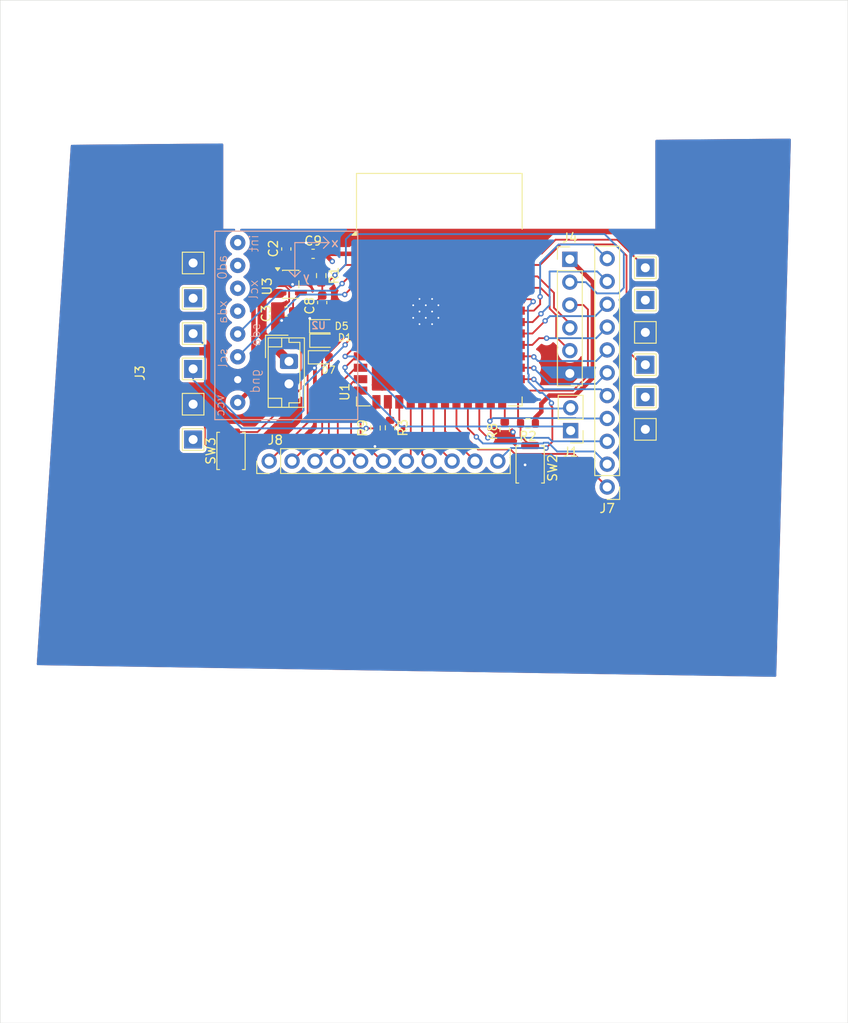
<source format=kicad_pcb>
(kicad_pcb (version 20241229) (generator "pcbnew") (generator_version "9.0")
  (layers (0 "F.Cu" signal) (4 "In1.Cu" signal) (6 "In2.Cu" signal) (2 "B.Cu" signal) (13 "F.Paste" user) (15 "B.Paste" user) (5 "F.SilkS" user "F.Silkscreen") (7 "B.SilkS" user "B.Silkscreen") (1 "F.Mask" user) (3 "B.Mask" user) (25 "Edge.Cuts" user))
  (net 0 "")
  (net 1 "+3V3")
  (net 2 "GND")
  (net 3 "/TX0")
  (net 4 "/RX0")
  (net 5 "/BAT+")
  (net 6 "Net-(U1-IO45)")
  (net 7 "/IO0")
  (net 8 "Net-(U1-IO3)")
  (net 9 "/SCL")
  (net 10 "/SDA")
  (net 11 "Net-(U1-IO46)")
  (net 12 "/EN")
  (net 17 "Net-(U3-BP)")
  (net 18 "/TX1")
  (net 19 "/RX1")
  (net 20 "/USB_D-")
  (net 21 "/USB_D+")
  (net 22 "/LED3")
  (net 23 "/LED2")
  (net 24 "/LED1")
  (net 25 "/M1")
  (net 26 "/M2")
  (net 27 "/M3")
  (net 28 "/M4")
  (net 29 "/IO39")
  (net 30 "/IO12")
  (net 31 "/IO10")
  (net 32 "/IO13")
  (net 33 "/IO38")
  (net 34 "/IO21")
  (net 35 "/IO49")
  (net 36 "/IO37")
  (net 37 "/IO48")
  (net 38 "/IO8")
  (net 39 "/IO11")
  (net 40 "/IO14")
  (net 41 "/IO47")
  (net 42 "/IO36")
  (net 43 "/IO42")
  (net 44 "/IO35")
  (net 45 "/IO41")
  (footprint "Resistor_SMD:R_0603_1608Metric" (layer "F.Cu") (at 213.91 93.91 90)
    (property "Reference" "R9")
    (property "Value" "10k")
  )
  (footprint "TestPoint:TestPoint_THTPad_2.0x2.0mm_Drill1.0mm" (layer "F.Cu") (at 193.65 83.412)
    (property "Reference" "TP18" (hide yes))
    (property "Value" "D0")
  )
  (footprint "TestPoint:TestPoint_THTPad_2.0x2.0mm_Drill1.0mm" (layer "F.Cu") (at 243.89 83.278)
    (property "Reference" "TP27" (hide yes))
    (property "Value" "D0")
  )
  (footprint "Capacitor_SMD:C_0603_1608Metric" (layer "F.Cu") (at 206.98 74.54)
    (property "Reference" "C9")
    (property "Value" "100nf")
  )
  (footprint "Package_TO_SOT_SMD:SOT-23-5" (layer "F.Cu") (at 204.49 77.93)
    (property "Reference" "U3")
    (property "Value" "SPX3819M5-L-3-3")
  )
  (footprint "TestPoint:TestPoint_THTPad_2.0x2.0mm_Drill1.0mm" (layer "F.Cu") (at 243.89 86.872)
    (property "Reference" "TP21" (hide yes))
    (property "Value" "D0")
  )
  (footprint "Resistor_SMD:R_0603_1608Metric" (layer "F.Cu") (at 207.88 76.96 -90)
    (property "Reference" "R1")
    (property "Value" "10k")
  )
  (footprint "LED_SMD:LED_0603_1608Metric" (layer "F.Cu") (at 207.94 86.05)
    (property "Reference" "D7")
    (property "Value" "LED")
  )
  (footprint "Resistor_SMD:R_0603_1608Metric" (layer "F.Cu") (at 215.53 93.88 -90)
    (property "Reference" "R3")
    (property "Value" "10k")
  )
  (footprint "Capacitor_SMD:C_0603_1608Metric" (layer "F.Cu") (at 204 74 -90)
    (property "Reference" "C2")
    (property "Value" "22uf")
  )
  (footprint "TestPoint:TestPoint_THTPad_2.0x2.0mm_Drill1.0mm" (layer "F.Cu") (at 243.89 90.466)
    (property "Reference" "TP25" (hide yes))
    (property "Value" "D0")
  )
  (footprint "TestPoint:TestPoint_THTPad_2.0x2.0mm_Drill1.0mm" (layer "F.Cu") (at 243.89 94.06)
    (property "Reference" "TP29" (hide yes))
    (property "Value" "D0")
  )
  (footprint "TestPoint:TestPoint_THTPad_2.0x2.0mm_Drill1.0mm" (layer "F.Cu") (at 193.65 79.486)
    (property "Reference" "TP22" (hide yes))
    (property "Value" "D0")
  )
  (footprint "Connector_JST:JST_EH_B2B-EH-A_1x02_P2.50mm_Vertical" (layer "F.Cu") (at 204.3 86.5 -90)
    (property "Reference" "J3")
    (property "Value" "Conn_01x02" (hide yes))
  )
  (footprint "RF_Module:ESP32-S3-WROOM-1" (layer "F.Cu") (at 221 78.5)
    (property "Reference" "U1")
    (property "Value" "ESP32-S3-WROOM-1")
  )
  (footprint "TestPoint:TestPoint_THTPad_2.0x2.0mm_Drill1.0mm" (layer "F.Cu") (at 243.89 79.684)
    (property "Reference" "TP23" (hide yes))
    (property "Value" "D0")
  )
  (footprint "Capacitor_SMD:C_0603_1608Metric" (layer "F.Cu") (at 207.99 79.96 90)
    (property "Reference" "C8")
    (property "Value" "1uf")
  )
  (footprint "TestPoint:TestPoint_THTPad_2.0x2.0mm_Drill1.0mm" (layer "F.Cu") (at 193.65 91.264)
    (property "Reference" "TP28" (hide yes))
    (property "Value" "D0")
  )
  (footprint "Resistor_SMD:R_0603_1608Metric" (layer "F.Cu") (at 228.27 94.07 -90)
    (property "Reference" "R8")
    (property "Value" "10k")
  )
  (footprint "LED_SMD:LED_0603_1608Metric" (layer "F.Cu") (at 208.09 84.2)
    (property "Reference" "D1")
    (property "Value" "LED")
  )
  (footprint "TestPoint:TestPoint_THTPad_2.0x2.0mm_Drill1.0mm" (layer "F.Cu") (at 193.65 95.19 180)
    (property "Reference" "TP24" (hide yes))
    (property "Value" "D0")
  )
  (footprint "Button_Switch_SMD:SW_Push_SPST_NO_Alps_SKRK" (layer "F.Cu") (at 231.09 97.96 90)
    (property "Reference" "SW2")
    (property "Value" "Tactile Switch 3x4x2" (hide yes))
  )
  (footprint "Connector_PinHeader_2.54mm:PinHeader_1x11_P2.54mm_Vertical" (layer "F.Cu") (at 202.1 97.59 90)
    (property "Reference" "J8")
    (property "Value" "Conn_01x11" (hide yes))
  )
  (footprint "TestPoint:TestPoint_THTPad_2.0x2.0mm_Drill1.0mm" (layer "F.Cu") (at 193.65 75.56)
    (property "Reference" "TP26" (hide yes))
    (property "Value" "D0")
  )
  (footprint "Connector_PinHeader_2.54mm:PinHeader_1x11_P2.54mm_Vertical" (layer "F.Cu") (at 239.65 100.47 180)
    (property "Reference" "J7")
    (property "Value" "Conn_01x11" (hide yes))
  )
  (footprint "Connector_PinHeader_2.54mm:PinHeader_1x02_P2.54mm_Vertical" (layer "F.Cu") (at 235.59 94.2 180)
    (property "Reference" "J1")
    (property "Value" "Conn_01x02" (hide yes))
  )
  (footprint "TestPoint:TestPoint_THTPad_2.0x2.0mm_Drill1.0mm" (layer "F.Cu") (at 243.89 76.09)
    (property "Reference" "TP20" (hide yes))
    (property "Value" "D0")
  )
  (footprint "Resistor_SMD:R_0603_1608Metric" (layer "F.Cu") (at 230.85 93.4 180)
    (property "Reference" "R2")
    (property "Value" "10k")
  )
  (footprint "Button_Switch_SMD:SW_Push_SPST_NO_Alps_SKRK" (layer "F.Cu") (at 197.86 96.46 90)
    (property "Reference" "SW3")
    (property "Value" "Tactile Switch 3x4x2")
  )
  (footprint "TestPoint:TestPoint_THTPad_2.0x2.0mm_Drill1.0mm" (layer "F.Cu") (at 193.65 87.338)
    (property "Reference" "TP19" (hide yes))
    (property "Value" "D0")
  )
  (footprint "LED_SMD:LED_0603_1608Metric" (layer "F.Cu") (at 208.07 82.59)
    (property "Reference" "D5")
    (property "Value" "LED")
  )
  (footprint "Connector_PinHeader_2.54mm:PinHeader_1x06_P2.54mm_Vertical" (layer "F.Cu") (at 235.5 75.15)
    (property "Reference" "J4")
    (property "Value" "Conn_01x06" (hide yes))
  )
  (footprint "Capacitor_SMD:C_0603_1608Metric" (layer "F.Cu") (at 203.98 80.95 180)
    (property "Reference" "C3")
    (property "Value" "470pf")
  )
  (footprint "Mini_Drone_prj:MPU_6050_Module" (layer "B.Cu") (at 207.4925 82.1825)
    (property "Reference" "U2")
    (property "Value" "MPU_6050_Module")
  )
  (gr_rect (start 172.22 46.34) (end 266.39 160.08) (stroke (width 0.05)) (fill no) (layer "Edge.Cuts"))
  (gr_text "xcl\n" (at 200.94 77.36 90) (layer "B.SilkS") (effects (font (size 1 1) (thickness 0.1)) (justify left bottom mirror)))
  (gr_text "ad0\n" (at 197.48 74.59 90) (layer "B.SilkS") (effects (font (size 1 1) (thickness 0.1)) (justify left bottom mirror)))
  (gr_text "int\n" (at 200.99 72.33 90) (layer "B.SilkS") (effects (font (size 1 1) (thickness 0.1)) (justify left bottom mirror)))
  (gr_text "sda\n\n" (at 202.78 82.18 90) (layer "B.SilkS") (effects (font (size 1 1) (thickness 0.1)) (justify left bottom mirror)))
  (gr_text "scl\n" (at 197.55 84.97 90) (layer "B.SilkS") (effects (font (size 1 1) (thickness 0.1)) (justify left bottom mirror)))
  (gr_text "xda" (at 197.5 79.66 90) (layer "B.SilkS") (effects (font (size 1 1) (thickness 0.1)) (justify left bottom mirror)))
  (gr_text "vcc" (at 197.2 90.12 90) (layer "B.SilkS") (effects (font (size 1 1) (thickness 0.1)) (justify left bottom mirror)))
  (gr_text "gnd" (at 201.13 87.28 90) (layer "B.SilkS") (effects (font (size 1 1) (thickness 0.1)) (justify left bottom mirror)))
  (segment (start 231.675 93.4) (end 231.675 92.745) (width 0.5) (layer "F.Cu") (net 1))
  (segment (start 208.27 74.54) (end 209.11 75.38) (width 0.5) (layer "F.Cu") (net 1))
  (segment (start 205.6275 76.4025) (end 204 74.775) (width 0.5) (layer "F.Cu") (net 1))
  (segment (start 207.755 74.54) (end 208.27 74.54) (width 0.5) (layer "F.Cu") (net 1))
  (segment (start 205.6275 76.98) (end 207.035 76.98) (width 0.5) (layer "F.Cu") (net 1))
  (segment (start 233.231925 90.301) (end 236.068232 90.301) (width 0.5) (layer "F.Cu") (net 1))
  (segment (start 212.22 74.54) (end 212.25 74.51) (width 0.5) (layer "F.Cu") (net 1))
  (segment (start 232.33 91.202925) (end 233.231925 90.301) (width 0.5) (layer "F.Cu") (net 1))
  (segment (start 232.33 92.09) (end 232.33 91.202925) (width 0.5) (layer "F.Cu") (net 1))
  (segment (start 207.88 76.135) (end 207.88 74.665) (width 0.5) (layer "F.Cu") (net 1))
  (segment (start 205.6275 76.98) (end 205.6275 76.4025) (width 0.5) (layer "F.Cu") (net 1))
  (segment (start 203.160082 74.775) (end 204 74.775) (width 0.5) (layer "F.Cu") (net 1))
  (segment (start 198.6025 91.0725) (end 200.359 89.316) (width 0.5) (layer "F.Cu") (net 1))
  (segment (start 200.359 89.316) (end 200.359 77.576082) (width 0.5) (layer "F.Cu") (net 1))
  (segment (start 238.061 77.711) (end 235.5 75.15) (width 0.5) (layer "F.Cu") (net 1))
  (segment (start 236.068232 90.301) (end 238.061 88.308232) (width 0.5) (layer "F.Cu") (net 1))
  (segment (start 207.755 74.54) (end 212.22 74.54) (width 0.5) (layer "F.Cu") (net 1))
  (segment (start 207.88 74.665) (end 207.755 74.54) (width 0.5) (layer "F.Cu") (net 1))
  (segment (start 207.035 76.98) (end 207.88 76.135) (width 0.5) (layer "F.Cu") (net 1))
  (segment (start 231.675 92.745) (end 232.33 92.09) (width 0.5) (layer "F.Cu") (net 1))
  (segment (start 200.359 77.576082) (end 203.160082 74.775) (width 0.5) (layer "F.Cu") (net 1))
  (segment (start 238.061 88.308232) (end 238.061 77.711) (width 0.5) (layer "F.Cu") (net 1))
  (via (at 209.11 75.38) (size 0.6) (drill 0.3) (layers "F.Cu" "B.Cu") (net 1))
  (segment (start 213.2 73.24) (end 219.5 79.54) (width 0.2) (layer "F.Cu") (net 2))
  (segment (start 207.1525 87.19897) (end 207.120735 87.230735) (width 0.2) (layer "F.Cu") (net 2))
  (segment (start 212.25 73.24) (end 213.2 73.24) (width 0.2) (layer "F.Cu") (net 2))
  (segment (start 206.205 74.54) (end 206.205 73.325) (width 0.2) (layer "F.Cu") (net 2))
  (segment (start 194.951 95.651) (end 197.86 98.56) (width 0.2) (layer "F.Cu") (net 2))
  (segment (start 206.205 74.54) (end 207.505 73.24) (width 0.2) (layer "F.Cu") (net 2))
  (segment (start 229.19 94.37) (end 229.19 94.61) (width 0.2) (layer "F.Cu") (net 2))
  (segment (start 230.53 98.01) (end 231.35 98.83) (width 0.2) (layer "F.Cu") (net 2))
  (segment (start 203.3525 77.93) (end 203.706968 77.93) (width 0.2) (layer "F.Cu") (net 2))
  (segment (start 228.98 94.82) (end 228.33 94.82) (width 0.2) (layer "F.Cu") (net 2))
  (segment (start 206.61 81.72) (end 207.005 81.72) (width 0.2) (layer "F.Cu") (net 2))
  (segment (start 204.316 78.539032) (end 204.316 79.839) (width 0.2) (layer "F.Cu") (net 2))
  (segment (start 204 73.225) (end 204.89 73.225) (width 0.2) (layer "F.Cu") (net 2))
  (segment (start 207.2825 82.59) (end 207.2825 82.3925) (width 0.2) (layer "F.Cu") (net 2))
  (segment (start 231.35 98.83) (end 231.35 99.8) (width 0.2) (layer "F.Cu") (net 2))
  (segment (start 204.89 73.225) (end 206.205 74.54) (width 0.2) (layer "F.Cu") (net 2))
  (segment (start 215.105 94.705) (end 213.85 95.96) (width 0.2) (layer "F.Cu") (net 2))
  (segment (start 203.3525 77.93) (end 204.69 77.93) (width 0.2) (layer "F.Cu") (net 2))
  (segment (start 213.91 95.9) (end 213.85 95.96) (width 0.2) (layer "F.Cu") (net 2))
  (segment (start 207.005 81.72) (end 207.99 80.735) (width 0.2) (layer "F.Cu") (net 2))
  (segment (start 194.951 92.565) (end 194.951 95.651) (width 0.2) (layer "F.Cu") (net 2))
  (segment (start 207.1525 84.35) (end 207.3025 84.2) (width 0.2) (layer "F.Cu") (net 2))
  (segment (start 207.1525 86.05) (end 207.1525 84.35) (width 0.2) (layer "F.Cu") (net 2))
  (segment (start 219.5 79.54) (end 219.5 80.96) (width 0.2) (layer "F.Cu") (net 2))
  (segment (start 203.205 81.675) (end 203.486765 81.956765) (width 0.2) (layer "F.Cu") (net 2))
  (segment (start 207.2825 82.3925) (end 206.61 81.72) (width 0.2) (layer "F.Cu") (net 2))
  (segment (start 231.35 99.8) (end 231.09 100.06) (width 0.2) (layer "F.Cu") (net 2))
  (segment (start 215.53 94.705) (end 215.105 94.705) (width 0.2) (layer "F.Cu") (net 2))
  (segment (start 219.5 80.96) (end 227.22 73.24) (width 0.2) (layer "F.Cu") (net 2))
  (segment (start 204.69 77.93) (end 204.7 77.94) (width 0.2) (layer "F.Cu") (net 2))
  (segment (start 228.33 94.82) (end 228.27 94.88) (width 0.2) (layer "F.Cu") (net 2))
  (segment (start 207.1525 86.05) (end 207.1525 87.19897) (width 0.2) (layer "F.Cu") (net 2))
  (segment (start 228.27 94.88) (end 228.27 94.895) (width 0.2) (layer "F.Cu") (net 2))
  (segment (start 207.505 73.24) (end 212.25 73.24) (width 0.2) (layer "F.Cu") (net 2))
  (segment (start 206.205 73.325) (end 206.21 73.32) (width 0.2) (layer "F.Cu") (net 2))
  (segment (start 204.316 79.839) (end 203.205 80.95) (width 0.2) (layer "F.Cu") (net 2))
  (segment (start 203.706968 77.93) (end 204.316 78.539032) (width 0.2) (layer "F.Cu") (net 2))
  (segment (start 203.205 80.95) (end 203.205 81.675) (width 0.2) (layer "F.Cu") (net 2))
  (segment (start 193.65 91.264) (end 194.951 92.565) (width 0.2) (layer "F.Cu") (net 2))
  (segment (start 213.91 94.735) (end 213.91 95.9) (width 0.2) (layer "F.Cu") (net 2))
  (segment (start 227.22 73.24) (end 229.75 73.24) (width 0.2) (layer "F.Cu") (net 2))
  (segment (start 229.19 94.61) (end 228.98 94.82) (width 0.2) (layer "F.Cu") (net 2))
  (via (at 230.53 98.01) (size 0.6) (drill 0.3) (layers "F.Cu" "B.Cu") (net 2))
  (via (at 206.61 81.72) (size 0.6) (drill 0.3) (layers "F.Cu" "B.Cu") (net 2))
  (via (at 213.85 95.96) (size 0.6) (drill 0.3) (layers "F.Cu" "B.Cu") (net 2))
  (via (at 204.7 77.94) (size 0.6) (drill 0.3) (layers "F.Cu" "B.Cu") (net 2))
  (via (at 203.486765 81.956765) (size 0.6) (drill 0.3) (layers "F.Cu" "B.Cu") (net 2))
  (via (at 207.120735 87.230735) (size 0.6) (drill 0.3) (layers "F.Cu" "B.Cu") (net 2))
  (via (at 229.19 94.37) (size 0.6) (drill 0.3) (layers "F.Cu" "B.Cu") (net 2))
  (via (at 206.21 73.32) (size 0.6) (drill 0.3) (layers "F.Cu" "B.Cu") (net 2))
  (segment (start 235.5 82.3029) (end 235.5 82.77) (width 0.2) (layer "F.Cu") (net 3))
  (segment (start 233.74 78.88) (end 233.74 80.5429) (width 0.2) (layer "F.Cu") (net 3))
  (segment (start 233.74 80.5429) (end 235.5 82.3029) (width 0.2) (layer "F.Cu") (net 3))
  (segment (start 231.91 77.05) (end 233.74 78.88) (width 0.2) (layer "F.Cu") (net 3))
  (segment (start 229.75 77.05) (end 231.91 77.05) (width 0.2) (layer "F.Cu") (net 3))
  (segment (start 229.75 78.32) (end 232.25 78.32) (width 0.2) (layer "F.Cu") (net 4))
  (segment (start 233.26 79.33) (end 233.26 80.63) (width 0.2) (layer "F.Cu") (net 4))
  (segment (start 233.26 80.63) (end 233.99 81.36) (width 0.2) (layer "F.Cu") (net 4))
  (segment (start 232.25 78.32) (end 233.26 79.33) (width 0.2) (layer "F.Cu") (net 4))
  (segment (start 233.99 83.8) (end 235.5 85.31) (width 0.2) (layer "F.Cu") (net 4))
  (segment (start 233.99 81.36) (end 233.99 83.8) (width 0.2) (layer "F.Cu") (net 4))
  (segment (start 204.3 86.5) (end 201.31 83.51) (width 1) (layer "F.Cu") (net 5))
  (segment (start 202.351 76.929) (end 203.3525 76.929) (width 1) (layer "F.Cu") (net 5))
  (segment (start 201.839 78.931) (end 203.3525 78.931) (width 1) (layer "F.Cu") (net 5))
  (segment (start 201.31 79.46) (end 201.31 77.97) (width 1) (layer "F.Cu") (net 5))
  (segment (start 201.31 83.51) (end 201.31 79.46) (width 1) (layer "F.Cu") (net 5))
  (segment (start 201.31 79.46) (end 201.839 78.931) (width 1) (layer "F.Cu") (net 5))
  (segment (start 201.31 77.97) (end 202.351 76.929) (width 1) (layer "F.Cu") (net 5))
  (segment (start 228.27 91.285) (end 227.985 91) (width 0.2) (layer "F.Cu") (net 6))
  (segment (start 228.27 93.245) (end 228.27 91.285) (width 0.2) (layer "F.Cu") (net 6))
  (segment (start 229.75 89.75) (end 235.84 89.75) (width 0.2) (layer "F.Cu") (net 7))
  (segment (start 230.025 93.4) (end 230.025 93.295) (width 0.2) (layer "F.Cu") (net 7))
  (segment (start 229.75 93.02) (end 229.75 89.75) (width 0.2) (layer "F.Cu") (net 7))
  (segment (start 230.025 93.295) (end 229.75 93.02) (width 0.2) (layer "F.Cu") (net 7))
  (segment (start 230.025 94.795) (end 230.025 93.4) (width 0.2) (layer "F.Cu") (net 7))
  (segment (start 231.09 95.86) (end 230.025 94.795) (width 0.2) (layer "F.Cu") (net 7))
  (segment (start 237.01 80.23) (end 235.5 80.23) (width 0.2) (layer "F.Cu") (net 7))
  (segment (start 235.84 89.75) (end 237.51 88.08) (width 0.2) (layer "F.Cu") (net 7))
  (segment (start 237.51 88.08) (end 237.51 80.73) (width 0.2) (layer "F.Cu") (net 7))
  (segment (start 237.51 80.73) (end 237.01 80.23) (width 0.2) (layer "F.Cu") (net 7))
  (segment (start 213.91 93.085) (end 213.91 91.105) (width 0.2) (layer "F.Cu") (net 8))
  (segment (start 213.91 91.105) (end 214.015 91) (width 0.2) (layer "F.Cu") (net 8))
  (segment (start 212.25 78.32) (end 211.25 78.32) (width 0.2) (layer "F.Cu") (net 9))
  (segment (start 211.25 78.32) (end 210.5 79.07) (width 0.2) (layer "F.Cu") (net 9))
  (via (at 210.5 79.07) (size 0.6) (drill 0.3) (layers "F.Cu" "B.Cu") (net 9))
  (segment (start 210.5 79.07) (end 205.525 79.07) (width 0.2) (layer "B.Cu") (net 9))
  (segment (start 205.525 79.07) (end 198.6025 85.9925) (width 0.2) (layer "B.Cu") (net 9))
  (segment (start 211 77.05) (end 210.2 77.85) (width 0.2) (layer "F.Cu") (net 10))
  (segment (start 212.25 77.05) (end 211 77.05) (width 0.2) (layer "F.Cu") (net 10))
  (via (at 210.2 77.85) (size 0.6) (drill 0.3) (layers "F.Cu" "B.Cu") (net 10))
  (segment (start 203.415 78.64) (end 198.6025 83.4525) (width 0.2) (layer "B.Cu") (net 10))
  (segment (start 210.2 77.85) (end 209.41 78.64) (width 0.2) (layer "B.Cu") (net 10))
  (segment (start 209.41 78.64) (end 203.415 78.64) (width 0.2) (layer "B.Cu") (net 10))
  (segment (start 215.53 93.055) (end 215.53 91.245) (width 0.2) (layer "F.Cu") (net 11))
  (segment (start 215.53 91.245) (end 215.285 91) (width 0.2) (layer "F.Cu") (net 11))
  (segment (start 200.8 94.36) (end 205.6 89.56) (width 0.2) (layer "F.Cu") (net 12))
  (segment (start 212.25 75.78) (end 210.545 75.78) (width 0.2) (layer "F.Cu") (net 12))
  (segment (start 208.54 77.785) (end 207.88 77.785) (width 0.2) (layer "F.Cu") (net 12))
  (segment (start 208 79.175) (end 207.99 79.185) (width 0.2) (layer "F.Cu") (net 12))
  (segment (start 197.86 94.36) (end 200.8 94.36) (width 0.2) (layer "F.Cu") (net 12))
  (segment (start 207.88 77.785) (end 208 77.905) (width 0.2) (layer "F.Cu") (net 12))
  (segment (start 205.6 81.575) (end 207.99 79.185) (width 0.2) (layer "F.Cu") (net 12))
  (segment (start 208 77.905) (end 208 79.175) (width 0.2) (layer "F.Cu") (net 12))
  (segment (start 210.545 75.78) (end 208.54 77.785) (width 0.2) (layer "F.Cu") (net 12))
  (segment (start 205.6 89.56) (end 205.6 81.575) (width 0.2) (layer "F.Cu") (net 12))
  (via (at 209.4075 76.9175) (size 0.6) (drill 0.3) (layers "F.Cu" "B.Cu") (net 12))
  (segment (start 241.5 78.32) (end 240.88 78.94) (width 0.2) (layer "B.Cu") (net 12))
  (segment (start 210.62 75.705) (end 210.62 72.91) (width 0.2) (layer "B.Cu") (net 12))
  (segment (start 210.62 72.91) (end 211.18 72.35) (width 0.2) (layer "B.Cu") (net 12))
  (segment (start 209.4075 76.9175) (end 210.62 75.705) (width 0.2) (layer "B.Cu") (net 12))
  (segment (start 240.88 78.94) (end 238.52 78.94) (width 0.2) (layer "B.Cu") (net 12))
  (segment (start 237.27 77.69) (end 235.5 77.69) (width 0.2) (layer "B.Cu") (net 12))
  (segment (start 211.18 72.35) (end 239.37 72.35) (width 0.2) (layer "B.Cu") (net 12))
  (segment (start 239.37 72.35) (end 241.5 74.48) (width 0.2) (layer "B.Cu") (net 12))
  (segment (start 241.5 74.48) (end 241.5 78.32) (width 0.2) (layer "B.Cu") (net 12))
  (segment (start 238.52 78.94) (end 237.27 77.69) (width 0.2) (layer "B.Cu") (net 12))
  (segment (start 205.08875 79.41875) (end 205.6275 78.88) (width 0.2) (layer "F.Cu") (net 17))
  (segment (start 204.755 80.95) (end 204.755 79.7525) (width 0.2) (layer "F.Cu") (net 17))
  (segment (start 204.755 79.7525) (end 205.08875 79.41875) (width 0.2) (layer "F.Cu") (net 17))
  (segment (start 211.43 85.06) (end 211.86 85.06) (width 0.2) (layer "F.Cu") (net 18))
  (segment (start 211.86 85.06) (end 212.25 84.67) (width 0.2) (layer "F.Cu") (net 18))
  (segment (start 210.54 85.95) (end 211.43 85.06) (width 0.2) (layer "F.Cu") (net 18))
  (via (at 210.54 85.95) (size 0.6) (drill 0.3) (layers "F.Cu" "B.Cu") (net 18))
  (segment (start 235.51 91.74) (end 235.59 91.66) (width 0.2) (layer "B.Cu") (net 18))
  (segment (start 217.32 91.74) (end 235.51 91.74) (width 0.2) (layer "B.Cu") (net 18))
  (segment (start 210.54 85.95) (end 211.53 85.95) (width 0.2) (layer "B.Cu") (net 18))
  (segment (start 211.53 85.95) (end 217.32 91.74) (width 0.2) (layer "B.Cu") (net 18))
  (segment (start 211.71 86) (end 211.71 85.95) (width 0.2) (layer "F.Cu") (net 19))
  (segment (start 212.07 85.94) (end 211.6171 85.94) (width 0.2) (layer "F.Cu") (net 19))
  (segment (start 211.71 85.95) (end 211.72 85.94) (width 0.2) (layer "F.Cu") (net 19))
  (segment (start 210.53 87.18) (end 211.71 86) (width 0.2) (layer "F.Cu") (net 19))
  (segment (start 211.72 85.94) (end 212.25 85.94) (width 0.2) (layer "F.Cu") (net 19))
  (via (at 210.53 87.18) (size 0.6) (drill 0.3) (layers "F.Cu" "B.Cu") (net 19))
  (segment (start 210.53 87.59) (end 216.68 93.74) (width 0.2) (layer "B.Cu") (net 19))
  (segment (start 226.360057 93.74) (end 226.371057 93.751) (width 0.2) (layer "B.Cu") (net 19))
  (segment (start 216.68 93.74) (end 226.360057 93.74) (width 0.2) (layer "B.Cu") (net 19))
  (segment (start 226.868943 93.751) (end 226.879943 93.74) (width 0.2) (layer "B.Cu") (net 19))
  (segment (start 226.371057 93.751) (end 226.868943 93.751) (width 0.2) (layer "B.Cu") (net 19))
  (segment (start 210.53 87.18) (end 210.53 87.59) (width 0.2) (layer "B.Cu") (net 19))
  (segment (start 235.13 93.74) (end 235.59 94.2) (width 0.2) (layer "B.Cu") (net 19))
  (segment (start 226.879943 93.74) (end 235.13 93.74) (width 0.2) (layer "B.Cu") (net 19))
  (segment (start 211.199 96.529) (end 212.26 97.59) (width 0.2) (layer "F.Cu") (net 20))
  (segment (start 211.718 88.48) (end 211.199 88.999) (width 0.2) (layer "F.Cu") (net 20))
  (segment (start 211.199 88.999) (end 211.199 96.529) (width 0.2) (layer "F.Cu") (net 20))
  (segment (start 212.25 88.48) (end 211.718 88.48) (width 0.2) (layer "F.Cu") (net 20))
  (segment (start 212.25 95.209943) (end 214.630057 97.59) (width 0.2) (layer "F.Cu") (net 21))
  (segment (start 212.25 89.75) (end 212.25 95.209943) (width 0.2) (layer "F.Cu") (net 21))
  (segment (start 214.630057 97.59) (end 214.8 97.59) (width 0.2) (layer "F.Cu") (net 21))
  (segment (start 210.69 82.74) (end 210.69 83.62) (width 0.2) (layer "F.Cu") (net 22))
  (segment (start 208.7275 85.5825) (end 208.7275 86.05) (width 0.2) (layer "F.Cu") (net 22))
  (segment (start 207.18 97.59) (end 208.7275 96.0425) (width 0.2) (layer "F.Cu") (net 22))
  (segment (start 210.69 83.62) (end 208.7275 85.5825) (width 0.2) (layer "F.Cu") (net 22))
  (segment (start 208.7275 96.0425) (end 208.7275 86.05) (width 0.2) (layer "F.Cu") (net 22))
  (segment (start 212.25 82.13) (end 211.3 82.13) (width 0.2) (layer "F.Cu") (net 22))
  (segment (start 211.3 82.13) (end 210.69 82.74) (width 0.2) (layer "F.Cu") (net 22))
  (segment (start 207.989 94.241) (end 207.989 85.0885) (width 0.2) (layer "F.Cu") (net 23))
  (segment (start 211.3 80.86) (end 212.25 80.86) (width 0.2) (layer "F.Cu") (net 23))
  (segment (start 207.989 85.0885) (end 208.8775 84.2) (width 0.2) (layer "F.Cu") (net 23))
  (segment (start 208.98875 83.98125) (end 209.0375 83.98125) (width 0.2) (layer "F.Cu") (net 23))
  (segment (start 210.25 82.76875) (end 210.25 81.91) (width 0.2) (layer "F.Cu") (net 23))
  (segment (start 209.0375 83.98125) (end 210.25 82.76875) (width 0.2) (layer "F.Cu") (net 23))
  (segment (start 210.25 81.91) (end 210.285 81.875) (width 0.2) (layer "F.Cu") (net 23))
  (segment (start 210.285 81.875) (end 211.3 80.86) (width 0.2) (layer "F.Cu") (net 23))
  (segment (start 204.64 97.59) (end 207.989 94.241) (width 0.2) (layer "F.Cu") (net 23))
  (segment (start 208.8775 84.2) (end 208.8775 84.0925) (width 0.2) (layer "F.Cu") (net 23))
  (segment (start 208.8775 84.0925) (end 208.98875 83.98125) (width 0.2) (layer "F.Cu") (net 23))
  (segment (start 208.8575 82.28) (end 208.925 82.2125) (width 0.2) (layer "F.Cu") (net 24))
  (segment (start 208.8575 82.59) (end 208.0275 83.42) (width 0.2) (layer "F.Cu") (net 24))
  (segment (start 210.34 80.91) (end 211.66 79.59) (width 0.2) (layer "F.Cu") (net 24))
  (segment (start 209.0375 82.2125) (end 210.34 80.91) (width 0.2) (layer "F.Cu") (net 24))
  (segment (start 208.925 82.2125) (end 209.0375 82.2125) (width 0.2) (layer "F.Cu") (net 24))
  (segment (start 208.8575 82.59) (end 208.8575 82.28) (width 0.2) (layer "F.Cu") (net 24))
  (segment (start 207.526 83.424) (end 206.8624 83.424) (width 0.2) (layer "F.Cu") (net 24))
  (segment (start 206.37 83.9164) (end 206.37 93.32) (width 0.2) (layer "F.Cu") (net 24))
  (segment (start 208.0275 83.42) (end 207.53 83.42) (width 0.2) (layer "F.Cu") (net 24))
  (segment (start 206.37 93.32) (end 202.1 97.59) (width 0.2) (layer "F.Cu") (net 24))
  (segment (start 207.53 83.42) (end 207.526 83.424) (width 0.2) (layer "F.Cu") (net 24))
  (segment (start 206.8624 83.424) (end 206.37 83.9164) (width 0.2) (layer "F.Cu") (net 24))
  (segment (start 211.66 79.59) (end 212.25 79.59) (width 0.2) (layer "F.Cu") (net 24))
  (segment (start 212.25 83.4) (end 211.718 83.4) (width 0.2) (layer "F.Cu") (net 25))
  (segment (start 210.54 84.578) (end 210.54 84.66) (width 0.2) (layer "F.Cu") (net 25))
  (segment (start 211.718 83.4) (end 210.54 84.578) (width 0.2) (layer "F.Cu") (net 25))
  (via (at 210.54 84.66) (size 0.6) (drill 0.3) (layers "F.Cu" "B.Cu") (net 25))
  (segment (start 194.951 84.713) (end 194.951 89.04876) (width 0.2) (layer "B.Cu") (net 25))
  (segment (start 193.65 83.412) (end 194.951 84.713) (width 0.2) (layer "B.Cu") (net 25))
  (segment (start 204.62 93.25) (end 205.92 91.95) (width 0.2) (layer "B.Cu") (net 25))
  (segment (start 194.951 89.04876) (end 199.15224 93.25) (width 0.2) (layer "B.Cu") (net 25))
  (segment (start 205.92 89.28) (end 210.54 84.66) (width 0.2) (layer "B.Cu") (net 25))
  (segment (start 199.15224 93.25) (end 204.62 93.25) (width 0.2) (layer "B.Cu") (net 25))
  (segment (start 205.92 91.95) (end 205.92 89.28) (width 0.2) (layer "B.Cu") (net 25))
  (segment (start 240.77 72.97) (end 243.89 76.09) (width 0.2) (layer "F.Cu") (net 26))
  (segment (start 233.91 72.97) (end 240.77 72.97) (width 0.2) (layer "F.Cu") (net 26))
  (segment (start 229.75 74.51) (end 232.37 74.51) (width 0.2) (layer "F.Cu") (net 26))
  (segment (start 232.37 74.51) (end 233.91 72.97) (width 0.2) (layer "F.Cu") (net 26))
  (segment (start 212.87 93.95) (end 215.824064 93.95) (width 0.2) (layer "F.Cu") (net 27))
  (segment (start 215.824064 93.95) (end 216.555 93.219064) (width 0.2) (layer "F.Cu") (net 27))
  (segment (start 216.555 93.219064) (end 216.555 91) (width 0.2) (layer "F.Cu") (net 27))
  (via (at 212.87 93.95) (size 0.6) (drill 0.3) (layers "F.Cu" "B.Cu") (net 27))
  (segment (start 193.65 88.538) (end 199.062 93.95) (width 0.2) (layer "B.Cu") (net 27))
  (segment (start 193.65 87.338) (end 193.65 88.538) (width 0.2) (layer "B.Cu") (net 27))
  (segment (start 199.062 93.95) (end 212.87 93.95) (width 0.2) (layer "B.Cu") (net 27))
  (segment (start 234.482 73.49) (end 240.55 73.49) (width 0.2) (layer "F.Cu") (net 28))
  (segment (start 229.75 75.78) (end 232.192 75.78) (width 0.2) (layer "F.Cu") (net 28))
  (segment (start 240.55 73.49) (end 241.8 74.74) (width 0.2) (layer "F.Cu") (net 28))
  (segment (start 241.8 85.19) (end 243.89 87.28) (width 0.2) (layer "F.Cu") (net 28))
  (segment (start 241.8 74.74) (end 241.8 85.19) (width 0.2) (layer "F.Cu") (net 28))
  (segment (start 232.192 75.78) (end 234.482 73.49) (width 0.2) (layer "F.Cu") (net 28))
  (segment (start 232.755 81.995) (end 231.35 83.4) (width 0.2) (layer "F.Cu") (net 29))
  (segment (start 231.35 83.4) (end 229.75 83.4) (width 0.2) (layer "F.Cu") (net 29))
  (via (at 232.755 81.995) (size 0.6) (drill 0.3) (layers "F.Cu" "B.Cu") (net 29))
  (segment (start 232.755 81.995) (end 233.281 81.469) (width 0.2) (layer "B.Cu") (net 29))
  (segment (start 238.331 81.469) (end 239.65 80.15) (width 0.2) (layer "B.Cu") (net 29))
  (segment (start 233.281 81.469) (end 238.331 81.469) (width 0.2) (layer "B.Cu") (net 29))
  (segment (start 220.365 95.535) (end 222.42 97.59) (width 0.2) (layer "F.Cu") (net 30))
  (segment (start 220.365 91) (end 220.365 95.535) (width 0.2) (layer "F.Cu") (net 30))
  (segment (start 217.825 91) (end 217.825 97.105) (width 0.2) (layer "F.Cu") (net 31))
  (segment (start 217.825 97.105) (end 217.34 97.59) (width 0.2) (layer "F.Cu") (net 31))
  (segment (start 221.635 94.265) (end 224.96 97.59) (width 0.2) (layer "F.Cu") (net 32))
  (segment (start 221.635 91) (end 221.635 94.265) (width 0.2) (layer "F.Cu") (net 32))
  (segment (start 231.33 84.67) (end 229.75 84.67) (width 0.2) (layer "F.Cu") (net 33))
  (segment (start 232.92 83.921) (end 232.079 83.921) (width 0.2) (layer "F.Cu") (net 33))
  (segment (start 232.079 83.921) (end 231.33 84.67) (width 0.2) (layer "F.Cu") (net 33))
  (via (at 232.92 83.921) (size 0.6) (drill 0.3) (layers "F.Cu" "B.Cu") (net 33))
  (segment (start 238.419 83.921) (end 239.65 82.69) (width 0.2) (layer "B.Cu") (net 33))
  (segment (start 232.92 83.921) (end 238.419 83.921) (width 0.2) (layer "B.Cu") (net 33))
  (segment (start 224.175 93.955) (end 225.12 94.9) (width 0.2) (layer "F.Cu") (net 34))
  (segment (start 224.175 91) (end 224.175 93.955) (width 0.2) (layer "F.Cu") (net 34))
  (via (at 225.12 94.9) (size 0.6) (drill 0.3) (layers "F.Cu" "B.Cu") (net 34))
  (segment (start 232.520057 95.63) (end 232.611057 95.539) (width 0.2) (layer "B.Cu") (net 34))
  (segment (start 238.24 96.52) (end 239.65 97.93) (width 0.2) (layer "B.Cu") (net 34))
  (segment (start 233.108943 95.539) (end 234.089943 96.52) (width 0.2) (layer "B.Cu") (net 34))
  (segment (start 232.611057 95.539) (end 233.108943 95.539) (width 0.2) (layer "B.Cu") (net 34))
  (segment (start 225.12 94.9) (end 225.85 95.63) (width 0.2) (layer "B.Cu") (net 34))
  (segment (start 225.85 95.63) (end 232.520057 95.63) (width 0.2) (layer "B.Cu") (net 34))
  (segment (start 234.089943 96.52) (end 238.24 96.52) (width 0.2) (layer "B.Cu") (net 34))
  (segment (start 232.295 81.205) (end 231.37 82.13) (width 0.2) (layer "F.Cu") (net 35))
  (segment (start 231.37 82.13) (end 229.75 82.13) (width 0.2) (layer "F.Cu") (net 35))
  (via (at 232.295 81.205) (size 0.6) (drill 0.3) (layers "F.Cu" "B.Cu") (net 35))
  (segment (start 238.54 76.5) (end 239.65 77.61) (width 0.2) (layer "B.Cu") (net 35))
  (segment (start 232.295 81.205) (end 233.25 80.25) (width 0.2) (layer "B.Cu") (net 35))
  (segment (start 233.25 80.25) (end 233.25 76.5) (width 0.2) (layer "B.Cu") (net 35))
  (segment (start 233.25 76.5) (end 238.54 76.5) (width 0.2) (layer "B.Cu") (net 35))
  (segment (start 229.75 85.94) (end 231.44 85.94) (width 0.2) (layer "F.Cu") (net 36))
  (segment (start 231.44 85.94) (end 231.5 86) (width 0.2) (layer "F.Cu") (net 36))
  (via (at 231.5 86) (size 0.6) (drill 0.3) (layers "F.Cu" "B.Cu") (net 36))
  (segment (start 231.961 86.461) (end 238.419 86.461) (width 0.2) (layer "B.Cu") (net 36))
  (segment (start 231.5 86) (end 231.961 86.461) (width 0.2) (layer "B.Cu") (net 36))
  (segment (start 238.419 86.461) (end 239.65 85.23) (width 0.2) (layer "B.Cu") (net 36))
  (segment (start 226.715 91) (end 226.715 93.055) (width 0.2) (layer "F.Cu") (net 37))
  (segment (start 226.715 93.055) (end 226.62 93.15) (width 0.2) (layer "F.Cu") (net 37))
  (via (at 226.62 93.15) (size 0.6) (drill 0.3) (layers "F.Cu" "B.Cu") (net 37))
  (segment (start 226.96 92.81) (end 236.12 92.81) (width 0.2) (layer "B.Cu") (net 37))
  (segment (start 236.16 92.85) (end 239.65 92.85) (width 0.2) (layer "B.Cu") (net 37))
  (segment (start 226.62 93.15) (end 226.96 92.81) (width 0.2) (layer "B.Cu") (net 37))
  (segment (start 236.12 92.81) (end 236.16 92.85) (width 0.2) (layer "B.Cu") (net 37))
  (segment (start 212.25 87.21) (end 211.718 87.21) (width 0.2) (layer "F.Cu") (net 38))
  (segment (start 211.718 87.21) (end 209.72 89.208) (width 0.2) (layer "F.Cu") (net 38))
  (segment (start 209.72 89.208) (end 209.72 97.59) (width 0.2) (layer "F.Cu") (net 38))
  (segment (start 219.095 91) (end 219.095 96.805) (width 0.2) (layer "F.Cu") (net 39))
  (segment (start 219.095 96.805) (end 219.88 97.59) (width 0.2) (layer "F.Cu") (net 39))
  (segment (start 235.97 96.79) (end 239.65 100.47) (width 0.2) (layer "F.Cu") (net 40))
  (segment (start 228.9 96.29) (end 229.4 96.79) (width 0.2) (layer "F.Cu") (net 40))
  (segment (start 225.3 96.29) (end 228.9 96.29) (width 0.2) (layer "F.Cu") (net 40))
  (segment (start 222.905 91) (end 222.905 93.895) (width 0.2) (layer "F.Cu") (net 40))
  (segment (start 222.905 93.895) (end 225.3 96.29) (width 0.2) (layer "F.Cu") (net 40))
  (segment (start 229.4 96.79) (end 235.97 96.79) (width 0.2) (layer "F.Cu") (net 40))
  (segment (start 225.445 91) (end 225.445 94.055) (width 0.2) (layer "F.Cu") (net 41))
  (segment (start 225.445 94.055) (end 226.39 95) (width 0.2) (layer "F.Cu") (net 41))
  (via (at 226.39 95) (size 0.6) (drill 0.3) (layers "F.Cu" "B.Cu") (net 41))
  (segment (start 233.527043 95.39) (end 233.137043 95) (width 0.2) (layer "B.Cu") (net 41))
  (segment (start 233.137043 95) (end 226.39 95) (width 0.2) (layer "B.Cu") (net 41))
  (segment (start 239.65 95.39) (end 233.527043 95.39) (width 0.2) (layer "B.Cu") (net 41))
  (segment (start 231.46 87.21) (end 231.5 87.25) (width 0.2) (layer "F.Cu") (net 42))
  (segment (start 229.75 87.21) (end 231.46 87.21) (width 0.2) (layer "F.Cu") (net 42))
  (via (at 231.5 87.25) (size 0.6) (drill 0.3) (layers "F.Cu" "B.Cu") (net 42))
  (segment (start 231.5 87.25) (end 233.251 89.001) (width 0.2) (layer "B.Cu") (net 42))
  (segment (start 238.419 89.001) (end 239.65 87.77) (width 0.2) (layer "B.Cu") (net 42))
  (segment (start 233.251 89.001) (end 238.419 89.001) (width 0.2) (layer "B.Cu") (net 42))
  (segment (start 233.453584 91.14) (end 233.455 91.141416) (width 0.2) (layer "F.Cu") (net 43))
  (segment (start 233.34 91.29) (end 233.34 91.38) (width 0.2) (layer "F.Cu") (net 43))
  (segment (start 229.75 79.59) (end 231.17 79.59) (width 0.2) (layer "F.Cu") (net 43))
  (segment (start 233.56 95.44) (end 232.86 96.14) (width 0.2) (layer "F.Cu") (net 43))
  (segment (start 231.17 79.59) (end 231.43 79.85) (width 0.2) (layer "F.Cu") (net 43))
  (segment (start 233.455 91.175) (end 233.34 91.29) (width 0.2) (layer "F.Cu") (net 43))
  (segment (start 233.34 91.38) (end 233.56 91.6) (width 0.2) (layer "F.Cu") (net 43))
  (segment (start 233.56 91.6) (end 233.56 95.44) (width 0.2) (layer "F.Cu") (net 43))
  (segment (start 233.455 91.141416) (end 233.455 91.175) (width 0.2) (layer "F.Cu") (net 43))
  (via (at 231.43 79.85) (size 0.6) (drill 0.3) (layers "F.Cu" "B.Cu") (net 43))
  (via (at 232.86 96.14) (size 0.6) (drill 0.3) (layers "F.Cu" "B.Cu") (net 43))
  (via (at 233.453584 91.14) (size 0.6) (drill 0.3) (layers "F.Cu" "B.Cu") (net 43))
  (segment (start 227.5 97.59) (end 228.95 96.14) (width 0.2) (layer "B.Cu") (net 43))
  (segment (start 232.151057 90.001) (end 230.899 88.748943) (width 0.2) (layer "B.Cu") (net 43))
  (segment (start 233.453584 91.14) (end 233.453584 91.138584) (width 0.2) (layer "B.Cu") (net 43))
  (segment (start 233.33 90.86) (end 232.471 90.001) (width 0.2) (layer "B.Cu") (net 43))
  (segment (start 228.95 96.14) (end 232.86 96.14) (width 0.2) (layer "B.Cu") (net 43))
  (segment (start 230.85 87.87) (end 230.85 80.43) (width 0.2) (layer "B.Cu") (net 43))
  (segment (start 230.93 88.220057) (end 230.93 87.95) (width 0.2) (layer "B.Cu") (net 43))
  (segment (start 230.93 87.95) (end 230.85 87.87) (width 0.2) (layer "B.Cu") (net 43))
  (segment (start 233.33 91.015) (end 233.33 90.86) (width 0.2) (layer "B.Cu") (net 43))
  (segment (start 230.899 88.748943) (end 230.899 88.251057) (width 0.2) (layer "B.Cu") (net 43))
  (segment (start 233.453584 91.138584) (end 233.33 91.015) (width 0.2) (layer "B.Cu") (net 43))
  (segment (start 232.471 90.001) (end 232.151057 90.001) (width 0.2) (layer "B.Cu") (net 43))
  (segment (start 230.899 88.251057) (end 230.93 88.220057) (width 0.2) (layer "B.Cu") (net 43))
  (segment (start 230.85 80.43) (end 231.43 79.85) (width 0.2) (layer "B.Cu") (net 43))
  (segment (start 229.75 88.48) (end 231.48 88.48) (width 0.2) (layer "F.Cu") (net 44))
  (segment (start 231.48 88.48) (end 231.5 88.5) (width 0.2) (layer "F.Cu") (net 44))
  (via (at 231.5 88.5) (size 0.6) (drill 0.3) (layers "F.Cu" "B.Cu") (net 44))
  (segment (start 238.94 89.6) (end 239.65 90.31) (width 0.2) (layer "B.Cu") (net 44))
  (segment (start 231.5 88.5) (end 232.6 89.6) (width 0.2) (layer "B.Cu") (net 44))
  (segment (start 232.6 89.6) (end 238.94 89.6) (width 0.2) (layer "B.Cu") (net 44))
  (segment (start 232.200735 79.31) (end 232.200735 80.159265) (width 0.2) (layer "F.Cu") (net 45))
  (segment (start 239.65 75.07) (end 239.72 75) (width 0.2) (layer "F.Cu") (net 45))
  (segment (start 231.5 80.86) (end 229.75 80.86) (width 0.2) (layer "F.Cu") (net 45))
  (segment (start 232.200735 80.159265) (end 231.5 80.86) (width 0.2) (layer "F.Cu") (net 45))
  (via (at 232.200735 79.31) (size 0.6) (drill 0.3) (layers "F.Cu" "B.Cu") (net 45))
  (segment (start 238.08 73.5) (end 239.65 75.07) (width 0.2) (layer "B.Cu") (net 45))
  (segment (start 232.200735 75.549265) (end 234.25 73.5) (width 0.2) (layer "B.Cu") (net 45))
  (segment (start 234.25 73.5) (end 238.08 73.5) (width 0.2) (layer "B.Cu") (net 45))
  (segment (start 232.200735 79.31) (end 232.200735 75.549265) (width 0.2) (layer "B.Cu") (net 45))
  (zone (net 2) (net_name "GND") (layers "F.Cu" "B.Cu") (priority 2) (connect_pads yes (clearance 0.5)) (min_thickness 0.25) (fill yes (thermal_gap 0.5) (thermal_bridge_width 0.5))
    (polygon (pts (xy 179.6 62.42) (xy 260.06 61.73) (xy 258.43 121.58) (xy 176.27 120.28) (xy 180.19 60.53)))
  )
)
</source>
